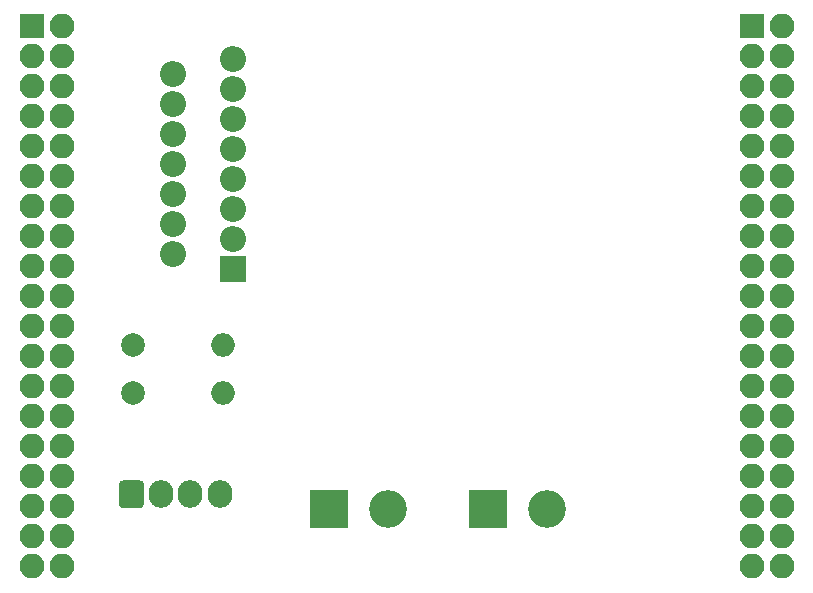
<source format=gbr>
%TF.GenerationSoftware,KiCad,Pcbnew,(5.1.6)-1*%
%TF.CreationDate,2021-06-09T14:39:38+07:00*%
%TF.ProjectId,test1,74657374-312e-46b6-9963-61645f706362,rev?*%
%TF.SameCoordinates,Original*%
%TF.FileFunction,Soldermask,Top*%
%TF.FilePolarity,Negative*%
%FSLAX46Y46*%
G04 Gerber Fmt 4.6, Leading zero omitted, Abs format (unit mm)*
G04 Created by KiCad (PCBNEW (5.1.6)-1) date 2021-06-09 14:39:38*
%MOMM*%
%LPD*%
G01*
G04 APERTURE LIST*
%ADD10O,2.200000X2.200000*%
%ADD11R,2.200000X2.200000*%
%ADD12O,2.000000X2.000000*%
%ADD13C,2.000000*%
%ADD14C,3.200000*%
%ADD15R,3.200000X3.200000*%
%ADD16O,2.100000X2.350000*%
%ADD17O,2.100000X2.100000*%
%ADD18R,2.100000X2.100000*%
G04 APERTURE END LIST*
D10*
%TO.C,U2*%
X150320000Y-74026000D03*
X145240000Y-75296000D03*
X150320000Y-76566000D03*
X145240000Y-77836000D03*
X150320000Y-79106000D03*
X145240000Y-80376000D03*
X150320000Y-81646000D03*
X145240000Y-82916000D03*
X150320000Y-84186000D03*
X145240000Y-85456000D03*
X150320000Y-86726000D03*
X145240000Y-87996000D03*
X150320000Y-89266000D03*
X145240000Y-90536000D03*
D11*
X150320000Y-91806000D03*
%TD*%
D12*
%TO.C,R2*%
X149464000Y-102252000D03*
D13*
X141844000Y-102252000D03*
%TD*%
D12*
%TO.C,R1*%
X149464000Y-98202000D03*
D13*
X141844000Y-98202000D03*
%TD*%
D14*
%TO.C,J3*%
X163448000Y-112126000D03*
D15*
X158448000Y-112126000D03*
%TD*%
D14*
%TO.C,J2*%
X176910000Y-112126000D03*
D15*
X171910000Y-112126000D03*
%TD*%
D16*
%TO.C,J1*%
X149184000Y-110856000D03*
X146684000Y-110856000D03*
X144184000Y-110856000D03*
G36*
G01*
X140634000Y-111722177D02*
X140634000Y-109989823D01*
G75*
G02*
X140942823Y-109681000I308823J0D01*
G01*
X142425177Y-109681000D01*
G75*
G02*
X142734000Y-109989823I0J-308823D01*
G01*
X142734000Y-111722177D01*
G75*
G02*
X142425177Y-112031000I-308823J0D01*
G01*
X140942823Y-112031000D01*
G75*
G02*
X140634000Y-111722177I0J308823D01*
G01*
G37*
%TD*%
D17*
%TO.C,CN10*%
X196750000Y-116960000D03*
X194210000Y-116960000D03*
X196750000Y-114420000D03*
X194210000Y-114420000D03*
X196750000Y-111880000D03*
X194210000Y-111880000D03*
X196750000Y-109340000D03*
X194210000Y-109340000D03*
X196750000Y-106800000D03*
X194210000Y-106800000D03*
X196750000Y-104260000D03*
X194210000Y-104260000D03*
X196750000Y-101720000D03*
X194210000Y-101720000D03*
X196750000Y-99180000D03*
X194210000Y-99180000D03*
X196750000Y-96640000D03*
X194210000Y-96640000D03*
X196750000Y-94100000D03*
X194210000Y-94100000D03*
X196750000Y-91560000D03*
X194210000Y-91560000D03*
X196750000Y-89020000D03*
X194210000Y-89020000D03*
X196750000Y-86480000D03*
X194210000Y-86480000D03*
X196750000Y-83940000D03*
X194210000Y-83940000D03*
X196750000Y-81400000D03*
X194210000Y-81400000D03*
X196750000Y-78860000D03*
X194210000Y-78860000D03*
X196750000Y-76320000D03*
X194210000Y-76320000D03*
X196750000Y-73780000D03*
X194210000Y-73780000D03*
X196750000Y-71240000D03*
D18*
X194210000Y-71240000D03*
%TD*%
D17*
%TO.C,CN7*%
X135790000Y-116960000D03*
X133250000Y-116960000D03*
X135790000Y-114420000D03*
X133250000Y-114420000D03*
X135790000Y-111880000D03*
X133250000Y-111880000D03*
X135790000Y-109340000D03*
X133250000Y-109340000D03*
X135790000Y-106800000D03*
X133250000Y-106800000D03*
X135790000Y-104260000D03*
X133250000Y-104260000D03*
X135790000Y-101720000D03*
X133250000Y-101720000D03*
X135790000Y-99180000D03*
X133250000Y-99180000D03*
X135790000Y-96640000D03*
X133250000Y-96640000D03*
X135790000Y-94100000D03*
X133250000Y-94100000D03*
X135790000Y-91560000D03*
X133250000Y-91560000D03*
X135790000Y-89020000D03*
X133250000Y-89020000D03*
X135790000Y-86480000D03*
X133250000Y-86480000D03*
X135790000Y-83940000D03*
X133250000Y-83940000D03*
X135790000Y-81400000D03*
X133250000Y-81400000D03*
X135790000Y-78860000D03*
X133250000Y-78860000D03*
X135790000Y-76320000D03*
X133250000Y-76320000D03*
X135790000Y-73780000D03*
X133250000Y-73780000D03*
X135790000Y-71240000D03*
D18*
X133250000Y-71240000D03*
%TD*%
M02*

</source>
